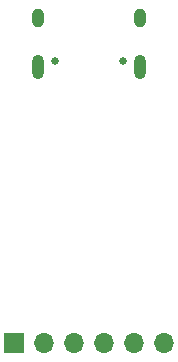
<source format=gbr>
%TF.GenerationSoftware,KiCad,Pcbnew,(5.1.9)-1*%
%TF.CreationDate,2021-05-04T17:18:08+07:00*%
%TF.ProjectId,usb_debug,7573625f-6465-4627-9567-2e6b69636164,rev?*%
%TF.SameCoordinates,Original*%
%TF.FileFunction,Soldermask,Bot*%
%TF.FilePolarity,Negative*%
%FSLAX46Y46*%
G04 Gerber Fmt 4.6, Leading zero omitted, Abs format (unit mm)*
G04 Created by KiCad (PCBNEW (5.1.9)-1) date 2021-05-04 17:18:08*
%MOMM*%
%LPD*%
G01*
G04 APERTURE LIST*
%ADD10O,1.700000X1.700000*%
%ADD11R,1.700000X1.700000*%
%ADD12O,1.000000X2.100000*%
%ADD13C,0.650000*%
%ADD14O,1.000000X1.600000*%
G04 APERTURE END LIST*
D10*
%TO.C,J2*%
X103890000Y-78120000D03*
X101350000Y-78120000D03*
X98810000Y-78120000D03*
X96270000Y-78120000D03*
X93730000Y-78120000D03*
D11*
X91190000Y-78120000D03*
%TD*%
D12*
%TO.C,J1*%
X93220000Y-54730000D03*
X101860000Y-54730000D03*
D13*
X100430000Y-54200000D03*
D14*
X101860000Y-50550000D03*
D13*
X94650000Y-54200000D03*
D14*
X93220000Y-50550000D03*
%TD*%
M02*

</source>
